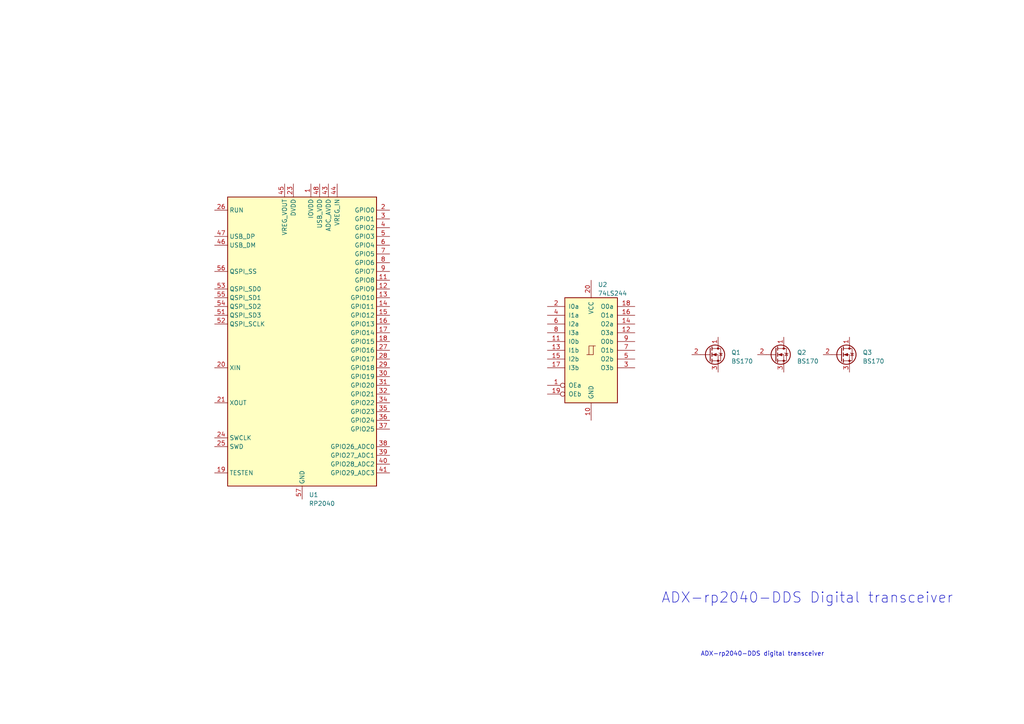
<source format=kicad_sch>
(kicad_sch (version 20230121) (generator eeschema)
  (paper "A4")
  (lib_symbols
    (symbol "74xx:74LS244" (pin_names (offset 1.016))
      (property "Reference" "U" (at -7.62 16.51 0))
      (property "Value" "74LS244" (at -7.62 -16.51 0))
      (symbol "74LS244_1_0"
        (polyline (pts (xy -0.635 -1.27) (xy -0.635 1.27) (xy 0.635 1.27)))
        (polyline (pts (xy -1.27 -1.27) (xy 0.635 -1.27) (xy 0.635 1.27) (xy 1.27 1.27)))
        (pin input inverted (at -12.7 -10.16 0) (length 5.08) (name "OEa") (number "1"))
        (pin power_in line (at 0 -20.32 90) (length 5.08) (name "GND") (number "10"))
        (pin input line (at -12.7 2.54 0) (length 5.08) (name "I0b") (number "11"))
        (pin tri_state line (at 12.7 5.08 180) (length 5.08) (name "O3a") (number "12"))
        (pin input line (at -12.7 0 0) (length 5.08) (name "I1b") (number "13"))
        (pin tri_state line (at 12.7 7.62 180) (length 5.08) (name "O2a") (number "14"))
        (pin input line (at -12.7 -2.54 0) (length 5.08) (name "I2b") (number "15"))
        (pin tri_state line (at 12.7 10.16 180) (length 5.08) (name "O1a") (number "16"))
        (pin input line (at -12.7 -5.08 0) (length 5.08) (name "I3b") (number "17"))
        (pin tri_state line (at 12.7 12.7 180) (length 5.08) (name "O0a") (number "18"))
        (pin input inverted (at -12.7 -12.7 0) (length 5.08) (name "OEb") (number "19"))
        (pin input line (at -12.7 12.7 0) (length 5.08) (name "I0a") (number "2"))
        (pin power_in line (at 0 20.32 270) (length 5.08) (name "VCC") (number "20"))
        (pin tri_state line (at 12.7 -5.08 180) (length 5.08) (name "O3b") (number "3"))
        (pin input line (at -12.7 10.16 0) (length 5.08) (name "I1a") (number "4"))
        (pin tri_state line (at 12.7 -2.54 180) (length 5.08) (name "O2b") (number "5"))
        (pin input line (at -12.7 7.62 0) (length 5.08) (name "I2a") (number "6"))
        (pin tri_state line (at 12.7 0 180) (length 5.08) (name "O1b") (number "7"))
        (pin input line (at -12.7 5.08 0) (length 5.08) (name "I3a") (number "8"))
        (pin tri_state line (at 12.7 2.54 180) (length 5.08) (name "O0b") (number "9"))
      )
      (symbol "74LS244_1_1"
        (rectangle (start -7.62 15.24) (end 7.62 -15.24) (stroke (width 0.254)) (fill (type background)))
      )
    )
    (symbol "MCU_RaspberryPi:RP2040"
      (property "Reference" "U" (at 17.78 45.72 0))
      (property "Value" "RP2040" (at 17.78 43.18 0))
      (symbol "RP2040_0_1"
        (rectangle (start -21.59 41.91) (end 21.59 -41.91) (stroke (width 0.254)) (fill (type background)))
      )
      (symbol "RP2040_1_1"
        (pin power_in line (at 2.54 45.72 270) (length 3.81) (name "IOVDD") (number "1"))
        (pin passive line (at 2.54 45.72 270) (length 3.81) hide (name "IOVDD") (number "10"))
        (pin bidirectional line (at 25.4 17.78 180) (length 3.81) (name "GPIO8") (number "11"))
        (pin bidirectional line (at 25.4 15.24 180) (length 3.81) (name "GPIO9") (number "12"))
        (pin bidirectional line (at 25.4 12.7 180) (length 3.81) (name "GPIO10") (number "13"))
        (pin bidirectional line (at 25.4 10.16 180) (length 3.81) (name "GPIO11") (number "14"))
        (pin bidirectional line (at 25.4 7.62 180) (length 3.81) (name "GPIO12") (number "15"))
        (pin bidirectional line (at 25.4 5.08 180) (length 3.81) (name "GPIO13") (number "16"))
        (pin bidirectional line (at 25.4 2.54 180) (length 3.81) (name "GPIO14") (number "17"))
        (pin bidirectional line (at 25.4 0 180) (length 3.81) (name "GPIO15") (number "18"))
        (pin input line (at -25.4 -38.1 0) (length 3.81) (name "TESTEN") (number "19"))
        (pin bidirectional line (at 25.4 38.1 180) (length 3.81) (name "GPIO0") (number "2"))
        (pin input line (at -25.4 -7.62 0) (length 3.81) (name "XIN") (number "20"))
        (pin passive line (at -25.4 -17.78 0) (length 3.81) (name "XOUT") (number "21"))
        (pin passive line (at 2.54 45.72 270) (length 3.81) hide (name "IOVDD") (number "22"))
        (pin power_in line (at -2.54 45.72 270) (length 3.81) (name "DVDD") (number "23"))
        (pin output line (at -25.4 -27.94 0) (length 3.81) (name "SWCLK") (number "24"))
        (pin bidirectional line (at -25.4 -30.48 0) (length 3.81) (name "SWD") (number "25"))
        (pin input line (at -25.4 38.1 0) (length 3.81) (name "RUN") (number "26"))
        (pin bidirectional line (at 25.4 -2.54 180) (length 3.81) (name "GPIO16") (number "27"))
        (pin bidirectional line (at 25.4 -5.08 180) (length 3.81) (name "GPIO17") (number "28"))
        (pin bidirectional line (at 25.4 -7.62 180) (length 3.81) (name "GPIO18") (number "29"))
        (pin bidirectional line (at 25.4 35.56 180) (length 3.81) (name "GPIO1") (number "3"))
        (pin bidirectional line (at 25.4 -10.16 180) (length 3.81) (name "GPIO19") (number "30"))
        (pin bidirectional line (at 25.4 -12.7 180) (length 3.81) (name "GPIO20") (number "31"))
        (pin bidirectional line (at 25.4 -15.24 180) (length 3.81) (name "GPIO21") (number "32"))
        (pin passive line (at 2.54 45.72 270) (length 3.81) hide (name "IOVDD") (number "33"))
        (pin bidirectional line (at 25.4 -17.78 180) (length 3.81) (name "GPIO22") (number "34"))
        (pin bidirectional line (at 25.4 -20.32 180) (length 3.81) (name "GPIO23") (number "35"))
        (pin bidirectional line (at 25.4 -22.86 180) (length 3.81) (name "GPIO24") (number "36"))
        (pin bidirectional line (at 25.4 -25.4 180) (length 3.81) (name "GPIO25") (number "37"))
        (pin bidirectional line (at 25.4 -30.48 180) (length 3.81) (name "GPIO26_ADC0") (number "38"))
        (pin bidirectional line (at 25.4 -33.02 180) (length 3.81) (name "GPIO27_ADC1") (number "39"))
        (pin bidirectional line (at 25.4 33.02 180) (length 3.81) (name "GPIO2") (number "4"))
        (pin bidirectional line (at 25.4 -35.56 180) (length 3.81) (name "GPIO28_ADC2") (number "40"))
        (pin bidirectional line (at 25.4 -38.1 180) (length 3.81) (name "GPIO29_ADC3") (number "41"))
        (pin passive line (at 2.54 45.72 270) (length 3.81) hide (name "IOVDD") (number "42"))
        (pin power_in line (at 7.62 45.72 270) (length 3.81) (name "ADC_AVDD") (number "43"))
        (pin power_in line (at 10.16 45.72 270) (length 3.81) (name "VREG_IN") (number "44"))
        (pin power_out line (at -5.08 45.72 270) (length 3.81) (name "VREG_VOUT") (number "45"))
        (pin bidirectional line (at -25.4 27.94 0) (length 3.81) (name "USB_DM") (number "46"))
        (pin bidirectional line (at -25.4 30.48 0) (length 3.81) (name "USB_DP") (number "47"))
        (pin power_in line (at 5.08 45.72 270) (length 3.81) (name "USB_VDD") (number "48"))
        (pin passive line (at 2.54 45.72 270) (length 3.81) hide (name "IOVDD") (number "49"))
        (pin bidirectional line (at 25.4 30.48 180) (length 3.81) (name "GPIO3") (number "5"))
        (pin passive line (at -2.54 45.72 270) (length 3.81) hide (name "DVDD") (number "50"))
        (pin bidirectional line (at -25.4 7.62 0) (length 3.81) (name "QSPI_SD3") (number "51"))
        (pin output line (at -25.4 5.08 0) (length 3.81) (name "QSPI_SCLK") (number "52"))
        (pin bidirectional line (at -25.4 15.24 0) (length 3.81) (name "QSPI_SD0") (number "53"))
        (pin bidirectional line (at -25.4 10.16 0) (length 3.81) (name "QSPI_SD2") (number "54"))
        (pin bidirectional line (at -25.4 12.7 0) (length 3.81) (name "QSPI_SD1") (number "55"))
        (pin bidirectional line (at -25.4 20.32 0) (length 3.81) (name "QSPI_SS") (number "56"))
        (pin power_in line (at 0 -45.72 90) (length 3.81) (name "GND") (number "57"))
        (pin bidirectional line (at 25.4 27.94 180) (length 3.81) (name "GPIO4") (number "6"))
        (pin bidirectional line (at 25.4 25.4 180) (length 3.81) (name "GPIO5") (number "7"))
        (pin bidirectional line (at 25.4 22.86 180) (length 3.81) (name "GPIO6") (number "8"))
        (pin bidirectional line (at 25.4 20.32 180) (length 3.81) (name "GPIO7") (number "9"))
      )
    )
    (symbol "Transistor_FET:BS170" (pin_names hide)
      (property "Reference" "Q" (at 5.08 1.905 0))
      (property "Value" "BS170" (at 5.08 0 0))
      (symbol "BS170_0_1"
        (polyline (pts (xy 0.254 0) (xy -2.54 0)))
        (polyline (pts (xy 0.254 1.905) (xy 0.254 -1.905)) (stroke (width 0.254)))
        (polyline (pts (xy 0.762 -1.27) (xy 0.762 -2.286)) (stroke (width 0.254)))
        (polyline (pts (xy 0.762 0.508) (xy 0.762 -0.508)) (stroke (width 0.254)))
        (polyline (pts (xy 0.762 2.286) (xy 0.762 1.27)) (stroke (width 0.254)))
        (polyline (pts (xy 2.54 2.54) (xy 2.54 1.778)))
        (polyline (pts (xy 2.54 -2.54) (xy 2.54 0) (xy 0.762 0)))
        (polyline (pts (xy 0.762 -1.778) (xy 3.302 -1.778) (xy 3.302 1.778) (xy 0.762 1.778)))
        (polyline (pts (xy 1.016 0) (xy 2.032 0.381) (xy 2.032 -0.381) (xy 1.016 0)) (fill (type outline)))
        (polyline (pts (xy 2.794 0.508) (xy 2.921 0.381) (xy 3.683 0.381) (xy 3.81 0.254)))
        (polyline (pts (xy 3.302 0.381) (xy 2.921 -0.254) (xy 3.683 -0.254) (xy 3.302 0.381)))
        (circle (center 1.651 0) (radius 2.794) (stroke (width 0.254)))
        (circle (center 2.54 -1.778) (radius 0.254) (fill (type outline)))
        (circle (center 2.54 1.778) (radius 0.254) (fill (type outline)))
      )
      (symbol "BS170_1_1"
        (pin passive line (at 2.54 5.08 270) (length 2.54) (name "D") (number "1"))
        (pin input line (at -5.08 0 0) (length 2.54) (name "G") (number "2"))
        (pin passive line (at 2.54 -5.08 90) (length 2.54) (name "S") (number "3"))
      )
    )
  )
  (text "ADX-rp2040-DDS digital transceiver" (at 203.2 190.5 0) (effects (font (size 1.27 1.27)) (justify left bottom)))
  (text "ADX-rp2040-DDS Digital transceiver" (at 191.77 175.26 0) (effects (font (size 3 3)) (justify left bottom)))
  (symbol (lib_id "Transistor_FET:BS170") (at 205.74 102.87 0) (unit 1)
    (property "Reference" "Q1" (at 212.09 102.235 0) (effects (justify left)))
    (property "Value" "BS170" (at 212.09 104.775 0) (effects (justify left)))
    (property "Footprint" "Package_TO_SOT_THT:TO-92_Inline" (effects hide))
    (property "Datasheet" "https://www.onsemi.com/pub/Collateral/BS170-D.PDF" (effects hide))
  )
  (symbol (lib_id "Transistor_FET:BS170") (at 224.79 102.87 0) (unit 1)
    (property "Reference" "Q2" (at 231.14 102.235 0) (effects (justify left)))
    (property "Value" "BS170" (at 231.14 104.775 0) (effects (justify left)))
    (property "Footprint" "Package_TO_SOT_THT:TO-92_Inline" (effects hide))
    (property "Datasheet" "https://www.onsemi.com/pub/Collateral/BS170-D.PDF" (effects hide))
  )
  (symbol (lib_id "Transistor_FET:BS170") (at 243.84 102.87 0) (unit 1)
    (property "Reference" "Q3" (at 250.19 102.235 0) (effects (justify left)))
    (property "Value" "BS170" (at 250.19 104.775 0) (effects (justify left)))
    (property "Footprint" "Package_TO_SOT_THT:TO-92_Inline" (effects hide))
    (property "Datasheet" "https://www.onsemi.com/pub/Collateral/BS170-D.PDF" (effects hide))
  )
  (symbol (lib_id "MCU_RaspberryPi:RP2040") (at 87.63 99.06 0) (unit 1)
    (property "Reference" "U1" (at 89.5859 143.51 0) (effects (justify left)))
    (property "Value" "RP2040" (at 89.5859 146.05 0) (effects (justify left)))
    (property "Footprint" "Package_DFN_QFN:QFN-56-1EP_7x7mm_P0.4mm_EP3.2x3.2mm" (effects hide))
    (property "Datasheet" "https://datasheets.raspberrypi.com/rp2040/rp2040-datasheet.pdf" (effects hide))
  )
  (symbol (lib_id "74xx:74LS244") (at 171.45 101.6 0) (unit 1)
    (property "Reference" "U2" (at 173.4059 82.55 0) (effects (justify left)))
    (property "Value" "74LS244" (at 173.4059 85.09 0) (effects (justify left)))
    (property "Datasheet" "http://www.ti.com/lit/ds/symlink/sn74ls244.pdf" (effects hide))
  )
)
</source>
